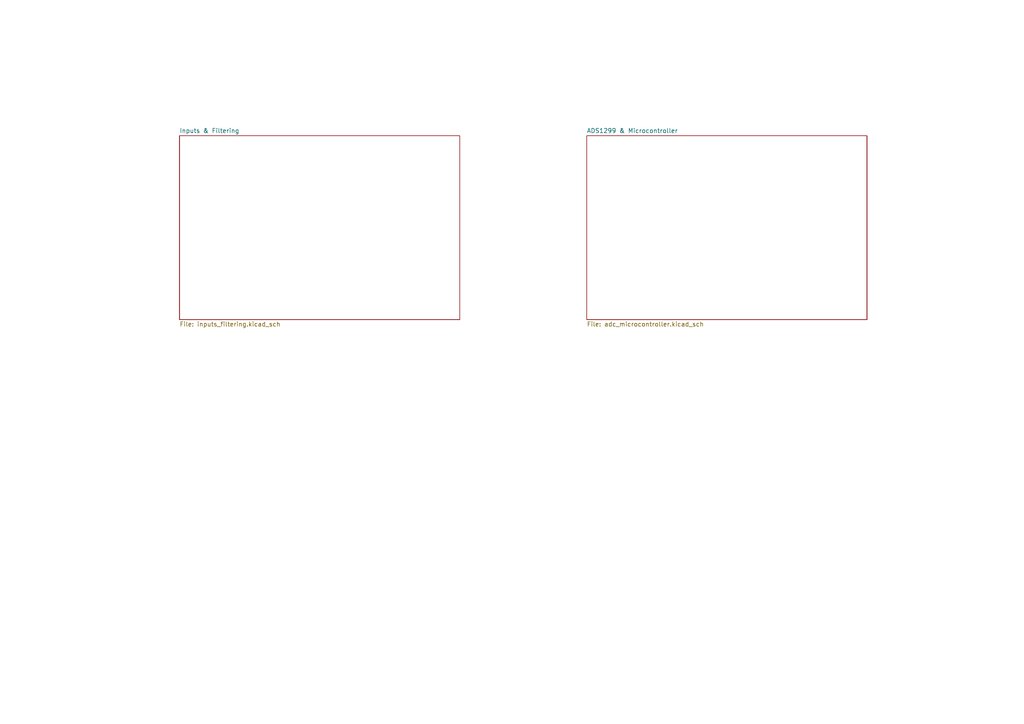
<source format=kicad_sch>
(kicad_sch
	(version 20231120)
	(generator "eeschema")
	(generator_version "8.0")
	(uuid "237f3b4a-1f79-4075-8dc8-67b2fcbd132d")
	(paper "A4")
	(title_block
		(title "ADS1299 PCB Final")
		(company "Gh05t")
	)
	(lib_symbols)
	(sheet
		(at 52.07 39.37)
		(size 81.28 53.34)
		(fields_autoplaced yes)
		(stroke
			(width 0.1524)
			(type solid)
		)
		(fill
			(color 0 0 0 0.0000)
		)
		(uuid "713cfc75-b94c-4821-ad9c-6d5f2067f91d")
		(property "Sheetname" "Inputs & Filtering"
			(at 52.07 38.6584 0)
			(effects
				(font
					(size 1.27 1.27)
				)
				(justify left bottom)
			)
		)
		(property "Sheetfile" "inputs_filtering.kicad_sch"
			(at 52.07 93.2946 0)
			(effects
				(font
					(size 1.27 1.27)
				)
				(justify left top)
			)
		)
		(instances
			(project "Combined_PCB"
				(path "/237f3b4a-1f79-4075-8dc8-67b2fcbd132d"
					(page "2")
				)
			)
		)
	)
	(sheet
		(at 170.18 39.37)
		(size 81.28 53.34)
		(fields_autoplaced yes)
		(stroke
			(width 0.1524)
			(type solid)
		)
		(fill
			(color 0 0 0 0.0000)
		)
		(uuid "bcc3b0bf-0d36-451e-bad1-e48b587adf9f")
		(property "Sheetname" "ADS1299 & Microcontroller"
			(at 170.18 38.6584 0)
			(effects
				(font
					(size 1.27 1.27)
				)
				(justify left bottom)
			)
		)
		(property "Sheetfile" "adc_microcontroller.kicad_sch"
			(at 170.18 93.2946 0)
			(effects
				(font
					(size 1.27 1.27)
				)
				(justify left top)
			)
		)
		(instances
			(project "Combined_PCB"
				(path "/237f3b4a-1f79-4075-8dc8-67b2fcbd132d"
					(page "3")
				)
			)
		)
	)
	(sheet_instances
		(path "/"
			(page "1")
		)
	)
)

</source>
